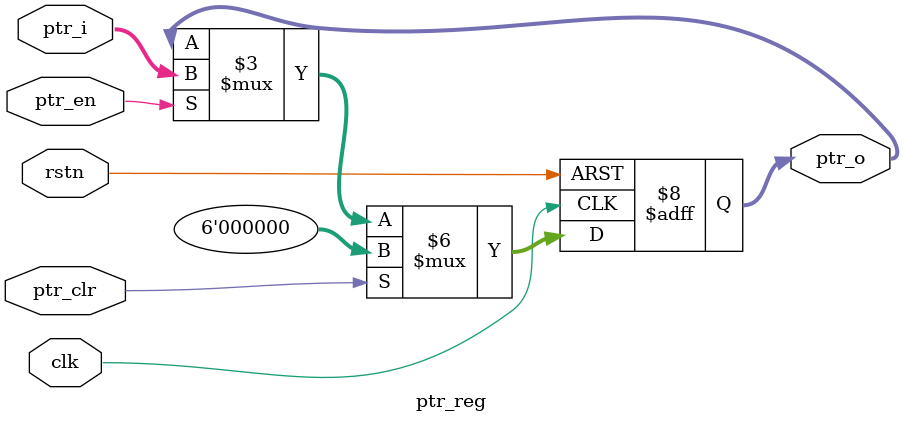
<source format=v>
/******************************************************************
*Module name : ptr_reg
*Filename    : ptr_reg.v
*Type        : Verilog Module
*
*Description : register counter for x indexes
*------------------------------------------------------------------
*	clocks    : clk
*	reset		 : rstn
* 
*Parameters  : none
*same_index_reg
* Author		 :	Daniel Alejandro Lara López
* email 		 :	Daniel.Lara@cinvestav.mx
* Date  		 :	24/04/2024
******************************************************************/

module ptr_reg(
	input clk,
	input rstn,
	input [5:0] ptr_i,
   input ptr_en,
   input ptr_clr,
	
	output reg [5:0] ptr_o);
	
always@(posedge clk or negedge rstn) 
begin
		if(!rstn)
			ptr_o <= 6'b000000;
		else if(ptr_clr)
			ptr_o <= 6'b000000;
		else if(ptr_en)
			ptr_o <= ptr_i;
end
endmodule

</source>
